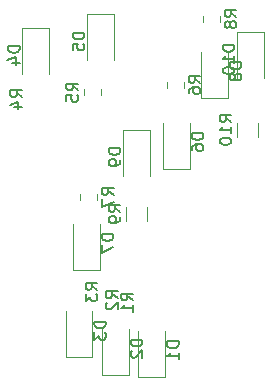
<source format=gbr>
G04 #@! TF.GenerationSoftware,KiCad,Pcbnew,5.1.5+dfsg1-2*
G04 #@! TF.CreationDate,2020-01-23T00:33:11+02:00*
G04 #@! TF.ProjectId,nrf52-mesh,6e726635-322d-46d6-9573-682e6b696361,rev?*
G04 #@! TF.SameCoordinates,Original*
G04 #@! TF.FileFunction,Legend,Bot*
G04 #@! TF.FilePolarity,Positive*
%FSLAX46Y46*%
G04 Gerber Fmt 4.6, Leading zero omitted, Abs format (unit mm)*
G04 Created by KiCad (PCBNEW 5.1.5+dfsg1-2) date 2020-01-23 00:33:11*
%MOMM*%
%LPD*%
G04 APERTURE LIST*
%ADD10C,0.120000*%
%ADD11C,0.150000*%
G04 APERTURE END LIST*
D10*
X194271999Y-75445999D02*
X194271999Y-71560999D01*
X196541999Y-75445999D02*
X194271999Y-75445999D01*
X196541999Y-71560999D02*
X196541999Y-75445999D01*
X184635000Y-63505000D02*
X184635000Y-67390000D01*
X182365000Y-63505000D02*
X184635000Y-63505000D01*
X182365000Y-67390000D02*
X182365000Y-63505000D01*
X202332000Y-71533936D02*
X202332000Y-72738064D01*
X200512000Y-71533936D02*
X200512000Y-72738064D01*
X192934000Y-78645936D02*
X192934000Y-79850064D01*
X191114000Y-78645936D02*
X191114000Y-79850064D01*
X197664000Y-62996578D02*
X197664000Y-62479422D01*
X199084000Y-62996578D02*
X199084000Y-62479422D01*
X187270000Y-78088578D02*
X187270000Y-77571422D01*
X188690000Y-78088578D02*
X188690000Y-77571422D01*
X194616000Y-68584578D02*
X194616000Y-68067422D01*
X196036000Y-68584578D02*
X196036000Y-68067422D01*
X189000000Y-68711422D02*
X189000000Y-69228578D01*
X187580000Y-68711422D02*
X187580000Y-69228578D01*
X202811000Y-63879000D02*
X202811000Y-67764000D01*
X200541000Y-63879000D02*
X202811000Y-63879000D01*
X200541000Y-67764000D02*
X200541000Y-63879000D01*
X193159000Y-72137000D02*
X193159000Y-76022000D01*
X190889000Y-72137000D02*
X193159000Y-72137000D01*
X190889000Y-76022000D02*
X190889000Y-72137000D01*
X197493000Y-69465000D02*
X197493000Y-65580000D01*
X199763000Y-69465000D02*
X197493000Y-69465000D01*
X199763000Y-65580000D02*
X199763000Y-69465000D01*
X186655000Y-83995000D02*
X186655000Y-80110000D01*
X188925000Y-83995000D02*
X186655000Y-83995000D01*
X188925000Y-80110000D02*
X188925000Y-83995000D01*
X190115000Y-62365000D02*
X190115000Y-66250000D01*
X187845000Y-62365000D02*
X190115000Y-62365000D01*
X187845000Y-66250000D02*
X187845000Y-62365000D01*
X186015000Y-91405000D02*
X186015000Y-87520000D01*
X188285000Y-91405000D02*
X186015000Y-91405000D01*
X188285000Y-87520000D02*
X188285000Y-91405000D01*
X189105000Y-92935000D02*
X189105000Y-89050000D01*
X191375000Y-92935000D02*
X189105000Y-92935000D01*
X191375000Y-89050000D02*
X191375000Y-92935000D01*
X192175000Y-93085000D02*
X192175000Y-89200000D01*
X194445000Y-93085000D02*
X192175000Y-93085000D01*
X194445000Y-89200000D02*
X194445000Y-93085000D01*
D11*
X197679379Y-72422903D02*
X196679379Y-72422903D01*
X196679379Y-72660999D01*
X196726999Y-72803856D01*
X196822237Y-72899094D01*
X196917475Y-72946713D01*
X197107951Y-72994332D01*
X197250808Y-72994332D01*
X197441284Y-72946713D01*
X197536522Y-72899094D01*
X197631760Y-72803856D01*
X197679379Y-72660999D01*
X197679379Y-72422903D01*
X196679379Y-73851475D02*
X196679379Y-73660999D01*
X196726999Y-73565760D01*
X196774618Y-73518141D01*
X196917475Y-73422903D01*
X197107951Y-73375284D01*
X197488903Y-73375284D01*
X197584141Y-73422903D01*
X197631760Y-73470522D01*
X197679379Y-73565760D01*
X197679379Y-73756237D01*
X197631760Y-73851475D01*
X197584141Y-73899094D01*
X197488903Y-73946713D01*
X197250808Y-73946713D01*
X197155570Y-73899094D01*
X197107951Y-73851475D01*
X197060332Y-73756237D01*
X197060332Y-73565760D01*
X197107951Y-73470522D01*
X197155570Y-73422903D01*
X197250808Y-73375284D01*
X182342380Y-69393333D02*
X181866190Y-69060000D01*
X182342380Y-68821904D02*
X181342380Y-68821904D01*
X181342380Y-69202857D01*
X181390000Y-69298095D01*
X181437619Y-69345714D01*
X181532857Y-69393333D01*
X181675714Y-69393333D01*
X181770952Y-69345714D01*
X181818571Y-69298095D01*
X181866190Y-69202857D01*
X181866190Y-68821904D01*
X181675714Y-70250476D02*
X182342380Y-70250476D01*
X181294761Y-70012380D02*
X182009047Y-69774285D01*
X182009047Y-70393333D01*
X182132380Y-65051904D02*
X181132380Y-65051904D01*
X181132380Y-65290000D01*
X181180000Y-65432857D01*
X181275238Y-65528095D01*
X181370476Y-65575714D01*
X181560952Y-65623333D01*
X181703809Y-65623333D01*
X181894285Y-65575714D01*
X181989523Y-65528095D01*
X182084761Y-65432857D01*
X182132380Y-65290000D01*
X182132380Y-65051904D01*
X181465714Y-66480476D02*
X182132380Y-66480476D01*
X181084761Y-66242380D02*
X181799047Y-66004285D01*
X181799047Y-66623333D01*
X200054380Y-71493142D02*
X199578190Y-71159809D01*
X200054380Y-70921714D02*
X199054380Y-70921714D01*
X199054380Y-71302666D01*
X199102000Y-71397904D01*
X199149619Y-71445523D01*
X199244857Y-71493142D01*
X199387714Y-71493142D01*
X199482952Y-71445523D01*
X199530571Y-71397904D01*
X199578190Y-71302666D01*
X199578190Y-70921714D01*
X200054380Y-72445523D02*
X200054380Y-71874095D01*
X200054380Y-72159809D02*
X199054380Y-72159809D01*
X199197238Y-72064571D01*
X199292476Y-71969333D01*
X199340095Y-71874095D01*
X199054380Y-73064571D02*
X199054380Y-73159809D01*
X199102000Y-73255047D01*
X199149619Y-73302666D01*
X199244857Y-73350285D01*
X199435333Y-73397904D01*
X199673428Y-73397904D01*
X199863904Y-73350285D01*
X199959142Y-73302666D01*
X200006761Y-73255047D01*
X200054380Y-73159809D01*
X200054380Y-73064571D01*
X200006761Y-72969333D01*
X199959142Y-72921714D01*
X199863904Y-72874095D01*
X199673428Y-72826476D01*
X199435333Y-72826476D01*
X199244857Y-72874095D01*
X199149619Y-72921714D01*
X199102000Y-72969333D01*
X199054380Y-73064571D01*
X190656380Y-79081333D02*
X190180190Y-78748000D01*
X190656380Y-78509904D02*
X189656380Y-78509904D01*
X189656380Y-78890857D01*
X189704000Y-78986095D01*
X189751619Y-79033714D01*
X189846857Y-79081333D01*
X189989714Y-79081333D01*
X190084952Y-79033714D01*
X190132571Y-78986095D01*
X190180190Y-78890857D01*
X190180190Y-78509904D01*
X190656380Y-79557523D02*
X190656380Y-79748000D01*
X190608761Y-79843238D01*
X190561142Y-79890857D01*
X190418285Y-79986095D01*
X190227809Y-80033714D01*
X189846857Y-80033714D01*
X189751619Y-79986095D01*
X189704000Y-79938476D01*
X189656380Y-79843238D01*
X189656380Y-79652761D01*
X189704000Y-79557523D01*
X189751619Y-79509904D01*
X189846857Y-79462285D01*
X190084952Y-79462285D01*
X190180190Y-79509904D01*
X190227809Y-79557523D01*
X190275428Y-79652761D01*
X190275428Y-79843238D01*
X190227809Y-79938476D01*
X190180190Y-79986095D01*
X190084952Y-80033714D01*
X200476380Y-62571333D02*
X200000190Y-62238000D01*
X200476380Y-61999904D02*
X199476380Y-61999904D01*
X199476380Y-62380857D01*
X199524000Y-62476095D01*
X199571619Y-62523714D01*
X199666857Y-62571333D01*
X199809714Y-62571333D01*
X199904952Y-62523714D01*
X199952571Y-62476095D01*
X200000190Y-62380857D01*
X200000190Y-61999904D01*
X199904952Y-63142761D02*
X199857333Y-63047523D01*
X199809714Y-62999904D01*
X199714476Y-62952285D01*
X199666857Y-62952285D01*
X199571619Y-62999904D01*
X199524000Y-63047523D01*
X199476380Y-63142761D01*
X199476380Y-63333238D01*
X199524000Y-63428476D01*
X199571619Y-63476095D01*
X199666857Y-63523714D01*
X199714476Y-63523714D01*
X199809714Y-63476095D01*
X199857333Y-63428476D01*
X199904952Y-63333238D01*
X199904952Y-63142761D01*
X199952571Y-63047523D01*
X200000190Y-62999904D01*
X200095428Y-62952285D01*
X200285904Y-62952285D01*
X200381142Y-62999904D01*
X200428761Y-63047523D01*
X200476380Y-63142761D01*
X200476380Y-63333238D01*
X200428761Y-63428476D01*
X200381142Y-63476095D01*
X200285904Y-63523714D01*
X200095428Y-63523714D01*
X200000190Y-63476095D01*
X199952571Y-63428476D01*
X199904952Y-63333238D01*
X190082380Y-77663333D02*
X189606190Y-77330000D01*
X190082380Y-77091904D02*
X189082380Y-77091904D01*
X189082380Y-77472857D01*
X189130000Y-77568095D01*
X189177619Y-77615714D01*
X189272857Y-77663333D01*
X189415714Y-77663333D01*
X189510952Y-77615714D01*
X189558571Y-77568095D01*
X189606190Y-77472857D01*
X189606190Y-77091904D01*
X189082380Y-77996666D02*
X189082380Y-78663333D01*
X190082380Y-78234761D01*
X197428380Y-68159333D02*
X196952190Y-67826000D01*
X197428380Y-67587904D02*
X196428380Y-67587904D01*
X196428380Y-67968857D01*
X196476000Y-68064095D01*
X196523619Y-68111714D01*
X196618857Y-68159333D01*
X196761714Y-68159333D01*
X196856952Y-68111714D01*
X196904571Y-68064095D01*
X196952190Y-67968857D01*
X196952190Y-67587904D01*
X196428380Y-69016476D02*
X196428380Y-68826000D01*
X196476000Y-68730761D01*
X196523619Y-68683142D01*
X196666476Y-68587904D01*
X196856952Y-68540285D01*
X197237904Y-68540285D01*
X197333142Y-68587904D01*
X197380761Y-68635523D01*
X197428380Y-68730761D01*
X197428380Y-68921238D01*
X197380761Y-69016476D01*
X197333142Y-69064095D01*
X197237904Y-69111714D01*
X196999809Y-69111714D01*
X196904571Y-69064095D01*
X196856952Y-69016476D01*
X196809333Y-68921238D01*
X196809333Y-68730761D01*
X196856952Y-68635523D01*
X196904571Y-68587904D01*
X196999809Y-68540285D01*
X187092380Y-68803333D02*
X186616190Y-68470000D01*
X187092380Y-68231904D02*
X186092380Y-68231904D01*
X186092380Y-68612857D01*
X186140000Y-68708095D01*
X186187619Y-68755714D01*
X186282857Y-68803333D01*
X186425714Y-68803333D01*
X186520952Y-68755714D01*
X186568571Y-68708095D01*
X186616190Y-68612857D01*
X186616190Y-68231904D01*
X186092380Y-69708095D02*
X186092380Y-69231904D01*
X186568571Y-69184285D01*
X186520952Y-69231904D01*
X186473333Y-69327142D01*
X186473333Y-69565238D01*
X186520952Y-69660476D01*
X186568571Y-69708095D01*
X186663809Y-69755714D01*
X186901904Y-69755714D01*
X186997142Y-69708095D01*
X187044761Y-69660476D01*
X187092380Y-69565238D01*
X187092380Y-69327142D01*
X187044761Y-69231904D01*
X186997142Y-69184285D01*
X188702380Y-85683333D02*
X188226190Y-85350000D01*
X188702380Y-85111904D02*
X187702380Y-85111904D01*
X187702380Y-85492857D01*
X187750000Y-85588095D01*
X187797619Y-85635714D01*
X187892857Y-85683333D01*
X188035714Y-85683333D01*
X188130952Y-85635714D01*
X188178571Y-85588095D01*
X188226190Y-85492857D01*
X188226190Y-85111904D01*
X187702380Y-86016666D02*
X187702380Y-86635714D01*
X188083333Y-86302380D01*
X188083333Y-86445238D01*
X188130952Y-86540476D01*
X188178571Y-86588095D01*
X188273809Y-86635714D01*
X188511904Y-86635714D01*
X188607142Y-86588095D01*
X188654761Y-86540476D01*
X188702380Y-86445238D01*
X188702380Y-86159523D01*
X188654761Y-86064285D01*
X188607142Y-86016666D01*
X190412380Y-86403333D02*
X189936190Y-86070000D01*
X190412380Y-85831904D02*
X189412380Y-85831904D01*
X189412380Y-86212857D01*
X189460000Y-86308095D01*
X189507619Y-86355714D01*
X189602857Y-86403333D01*
X189745714Y-86403333D01*
X189840952Y-86355714D01*
X189888571Y-86308095D01*
X189936190Y-86212857D01*
X189936190Y-85831904D01*
X189507619Y-86784285D02*
X189460000Y-86831904D01*
X189412380Y-86927142D01*
X189412380Y-87165238D01*
X189460000Y-87260476D01*
X189507619Y-87308095D01*
X189602857Y-87355714D01*
X189698095Y-87355714D01*
X189840952Y-87308095D01*
X190412380Y-86736666D01*
X190412380Y-87355714D01*
X191732380Y-86583333D02*
X191256190Y-86250000D01*
X191732380Y-86011904D02*
X190732380Y-86011904D01*
X190732380Y-86392857D01*
X190780000Y-86488095D01*
X190827619Y-86535714D01*
X190922857Y-86583333D01*
X191065714Y-86583333D01*
X191160952Y-86535714D01*
X191208571Y-86488095D01*
X191256190Y-86392857D01*
X191256190Y-86011904D01*
X191732380Y-87535714D02*
X191732380Y-86964285D01*
X191732380Y-87250000D02*
X190732380Y-87250000D01*
X190875238Y-87154761D01*
X190970476Y-87059523D01*
X191018095Y-86964285D01*
X200308380Y-64949714D02*
X199308380Y-64949714D01*
X199308380Y-65187809D01*
X199356000Y-65330666D01*
X199451238Y-65425904D01*
X199546476Y-65473523D01*
X199736952Y-65521142D01*
X199879809Y-65521142D01*
X200070285Y-65473523D01*
X200165523Y-65425904D01*
X200260761Y-65330666D01*
X200308380Y-65187809D01*
X200308380Y-64949714D01*
X200308380Y-66473523D02*
X200308380Y-65902095D01*
X200308380Y-66187809D02*
X199308380Y-66187809D01*
X199451238Y-66092571D01*
X199546476Y-65997333D01*
X199594095Y-65902095D01*
X199308380Y-67092571D02*
X199308380Y-67187809D01*
X199356000Y-67283047D01*
X199403619Y-67330666D01*
X199498857Y-67378285D01*
X199689333Y-67425904D01*
X199927428Y-67425904D01*
X200117904Y-67378285D01*
X200213142Y-67330666D01*
X200260761Y-67283047D01*
X200308380Y-67187809D01*
X200308380Y-67092571D01*
X200260761Y-66997333D01*
X200213142Y-66949714D01*
X200117904Y-66902095D01*
X199927428Y-66854476D01*
X199689333Y-66854476D01*
X199498857Y-66902095D01*
X199403619Y-66949714D01*
X199356000Y-66997333D01*
X199308380Y-67092571D01*
X190656380Y-73683904D02*
X189656380Y-73683904D01*
X189656380Y-73922000D01*
X189704000Y-74064857D01*
X189799238Y-74160095D01*
X189894476Y-74207714D01*
X190084952Y-74255333D01*
X190227809Y-74255333D01*
X190418285Y-74207714D01*
X190513523Y-74160095D01*
X190608761Y-74064857D01*
X190656380Y-73922000D01*
X190656380Y-73683904D01*
X190656380Y-74731523D02*
X190656380Y-74922000D01*
X190608761Y-75017238D01*
X190561142Y-75064857D01*
X190418285Y-75160095D01*
X190227809Y-75207714D01*
X189846857Y-75207714D01*
X189751619Y-75160095D01*
X189704000Y-75112476D01*
X189656380Y-75017238D01*
X189656380Y-74826761D01*
X189704000Y-74731523D01*
X189751619Y-74683904D01*
X189846857Y-74636285D01*
X190084952Y-74636285D01*
X190180190Y-74683904D01*
X190227809Y-74731523D01*
X190275428Y-74826761D01*
X190275428Y-75017238D01*
X190227809Y-75112476D01*
X190180190Y-75160095D01*
X190084952Y-75207714D01*
X200900380Y-66441904D02*
X199900380Y-66441904D01*
X199900380Y-66680000D01*
X199948000Y-66822857D01*
X200043238Y-66918095D01*
X200138476Y-66965714D01*
X200328952Y-67013333D01*
X200471809Y-67013333D01*
X200662285Y-66965714D01*
X200757523Y-66918095D01*
X200852761Y-66822857D01*
X200900380Y-66680000D01*
X200900380Y-66441904D01*
X200328952Y-67584761D02*
X200281333Y-67489523D01*
X200233714Y-67441904D01*
X200138476Y-67394285D01*
X200090857Y-67394285D01*
X199995619Y-67441904D01*
X199948000Y-67489523D01*
X199900380Y-67584761D01*
X199900380Y-67775238D01*
X199948000Y-67870476D01*
X199995619Y-67918095D01*
X200090857Y-67965714D01*
X200138476Y-67965714D01*
X200233714Y-67918095D01*
X200281333Y-67870476D01*
X200328952Y-67775238D01*
X200328952Y-67584761D01*
X200376571Y-67489523D01*
X200424190Y-67441904D01*
X200519428Y-67394285D01*
X200709904Y-67394285D01*
X200805142Y-67441904D01*
X200852761Y-67489523D01*
X200900380Y-67584761D01*
X200900380Y-67775238D01*
X200852761Y-67870476D01*
X200805142Y-67918095D01*
X200709904Y-67965714D01*
X200519428Y-67965714D01*
X200424190Y-67918095D01*
X200376571Y-67870476D01*
X200328952Y-67775238D01*
X190062380Y-80971904D02*
X189062380Y-80971904D01*
X189062380Y-81210000D01*
X189110000Y-81352857D01*
X189205238Y-81448095D01*
X189300476Y-81495714D01*
X189490952Y-81543333D01*
X189633809Y-81543333D01*
X189824285Y-81495714D01*
X189919523Y-81448095D01*
X190014761Y-81352857D01*
X190062380Y-81210000D01*
X190062380Y-80971904D01*
X189062380Y-81876666D02*
X189062380Y-82543333D01*
X190062380Y-82114761D01*
X187612380Y-63911904D02*
X186612380Y-63911904D01*
X186612380Y-64150000D01*
X186660000Y-64292857D01*
X186755238Y-64388095D01*
X186850476Y-64435714D01*
X187040952Y-64483333D01*
X187183809Y-64483333D01*
X187374285Y-64435714D01*
X187469523Y-64388095D01*
X187564761Y-64292857D01*
X187612380Y-64150000D01*
X187612380Y-63911904D01*
X186612380Y-65388095D02*
X186612380Y-64911904D01*
X187088571Y-64864285D01*
X187040952Y-64911904D01*
X186993333Y-65007142D01*
X186993333Y-65245238D01*
X187040952Y-65340476D01*
X187088571Y-65388095D01*
X187183809Y-65435714D01*
X187421904Y-65435714D01*
X187517142Y-65388095D01*
X187564761Y-65340476D01*
X187612380Y-65245238D01*
X187612380Y-65007142D01*
X187564761Y-64911904D01*
X187517142Y-64864285D01*
X189422380Y-88381904D02*
X188422380Y-88381904D01*
X188422380Y-88620000D01*
X188470000Y-88762857D01*
X188565238Y-88858095D01*
X188660476Y-88905714D01*
X188850952Y-88953333D01*
X188993809Y-88953333D01*
X189184285Y-88905714D01*
X189279523Y-88858095D01*
X189374761Y-88762857D01*
X189422380Y-88620000D01*
X189422380Y-88381904D01*
X188422380Y-89286666D02*
X188422380Y-89905714D01*
X188803333Y-89572380D01*
X188803333Y-89715238D01*
X188850952Y-89810476D01*
X188898571Y-89858095D01*
X188993809Y-89905714D01*
X189231904Y-89905714D01*
X189327142Y-89858095D01*
X189374761Y-89810476D01*
X189422380Y-89715238D01*
X189422380Y-89429523D01*
X189374761Y-89334285D01*
X189327142Y-89286666D01*
X192512380Y-89911904D02*
X191512380Y-89911904D01*
X191512380Y-90150000D01*
X191560000Y-90292857D01*
X191655238Y-90388095D01*
X191750476Y-90435714D01*
X191940952Y-90483333D01*
X192083809Y-90483333D01*
X192274285Y-90435714D01*
X192369523Y-90388095D01*
X192464761Y-90292857D01*
X192512380Y-90150000D01*
X192512380Y-89911904D01*
X191607619Y-90864285D02*
X191560000Y-90911904D01*
X191512380Y-91007142D01*
X191512380Y-91245238D01*
X191560000Y-91340476D01*
X191607619Y-91388095D01*
X191702857Y-91435714D01*
X191798095Y-91435714D01*
X191940952Y-91388095D01*
X192512380Y-90816666D01*
X192512380Y-91435714D01*
X195582380Y-90061904D02*
X194582380Y-90061904D01*
X194582380Y-90300000D01*
X194630000Y-90442857D01*
X194725238Y-90538095D01*
X194820476Y-90585714D01*
X195010952Y-90633333D01*
X195153809Y-90633333D01*
X195344285Y-90585714D01*
X195439523Y-90538095D01*
X195534761Y-90442857D01*
X195582380Y-90300000D01*
X195582380Y-90061904D01*
X195582380Y-91585714D02*
X195582380Y-91014285D01*
X195582380Y-91300000D02*
X194582380Y-91300000D01*
X194725238Y-91204761D01*
X194820476Y-91109523D01*
X194868095Y-91014285D01*
M02*

</source>
